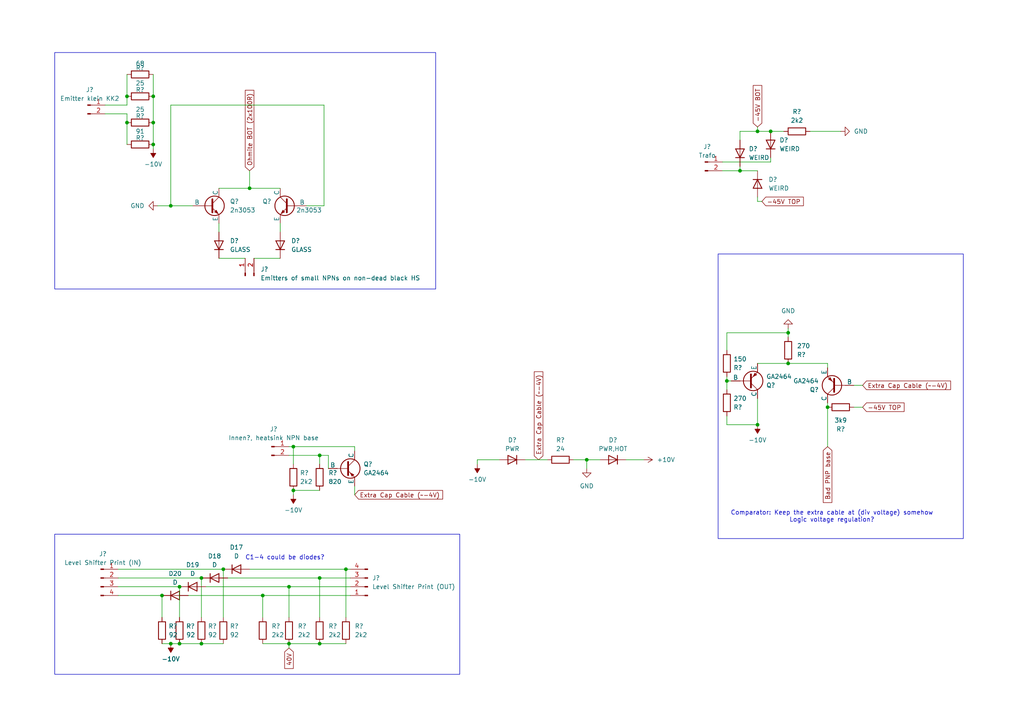
<source format=kicad_sch>
(kicad_sch (version 20250114) (generator "eeschema") (generator_version "9.0")
  (paper "A4")
  (lib_symbols
    (symbol "Connector:Conn_01x02_Pin" (pin_names (offset 1.016) (hide yes))
      (property "Reference" "J" (at 0 2.54 0))
      (property "Value" "Conn_01x02_Pin" (at 0 -5.08 0))
      (symbol "Conn_01x02_Pin_1_1"
        (rectangle (start 0.8636 0.127) (end 0 -0.127) (stroke (width 0.1524)) (fill (type outline)))
        (rectangle (start 0.8636 -2.413) (end 0 -2.667) (stroke (width 0.1524)) (fill (type outline)))
        (polyline (pts (xy 1.27 0) (xy 0.8636 0)) (stroke (width 0.1524)))
        (polyline (pts (xy 1.27 -2.54) (xy 0.8636 -2.54)) (stroke (width 0.1524)))
        (pin passive line (at 5.08 0 180) (length 3.81) (name "Pin_1") (number "1"))
        (pin passive line (at 5.08 -2.54 180) (length 3.81) (name "Pin_2") (number "2"))
      )
    )
    (symbol "Connector:Conn_01x04_Pin" (pin_names (offset 1.016) (hide yes))
      (property "Reference" "J" (at 0 5.08 0))
      (property "Value" "Conn_01x04_Pin" (at 0 -7.62 0))
      (symbol "Conn_01x04_Pin_1_1"
        (rectangle (start 0.8636 2.667) (end 0 2.413) (stroke (width 0.1524)) (fill (type outline)))
        (rectangle (start 0.8636 0.127) (end 0 -0.127) (stroke (width 0.1524)) (fill (type outline)))
        (rectangle (start 0.8636 -2.413) (end 0 -2.667) (stroke (width 0.1524)) (fill (type outline)))
        (rectangle (start 0.8636 -4.953) (end 0 -5.207) (stroke (width 0.1524)) (fill (type outline)))
        (polyline (pts (xy 1.27 2.54) (xy 0.8636 2.54)) (stroke (width 0.1524)))
        (polyline (pts (xy 1.27 0) (xy 0.8636 0)) (stroke (width 0.1524)))
        (polyline (pts (xy 1.27 -2.54) (xy 0.8636 -2.54)) (stroke (width 0.1524)))
        (polyline (pts (xy 1.27 -5.08) (xy 0.8636 -5.08)) (stroke (width 0.1524)))
        (pin passive line (at 5.08 2.54 180) (length 3.81) (name "Pin_1") (number "1"))
        (pin passive line (at 5.08 0 180) (length 3.81) (name "Pin_2") (number "2"))
        (pin passive line (at 5.08 -2.54 180) (length 3.81) (name "Pin_3") (number "3"))
        (pin passive line (at 5.08 -5.08 180) (length 3.81) (name "Pin_4") (number "4"))
      )
    )
    (symbol "Device:D" (pin_numbers (hide yes)) (pin_names (offset 1.016) (hide yes))
      (property "Reference" "D" (at 0 2.54 0))
      (property "Value" "D" (at 0 -2.54 0))
      (symbol "D_0_1"
        (polyline (pts (xy -1.27 1.27) (xy -1.27 -1.27)) (stroke (width 0.254)))
        (polyline (pts (xy 1.27 1.27) (xy 1.27 -1.27) (xy -1.27 0) (xy 1.27 1.27)) (stroke (width 0.254)))
        (polyline (pts (xy 1.27 0) (xy -1.27 0)))
      )
      (symbol "D_1_1"
        (pin passive line (at -3.81 0 0) (length 2.54) (name "K") (number "1"))
        (pin passive line (at 3.81 0 180) (length 2.54) (name "A") (number "2"))
      )
    )
    (symbol "Device:R" (pin_numbers (hide yes)) (pin_names (offset 0))
      (property "Reference" "R" (at 2.032 0 90))
      (property "Value" "R" (at 0 0 90))
      (symbol "R_0_1"
        (rectangle (start -1.016 -2.54) (end 1.016 2.54) (stroke (width 0.254)))
      )
      (symbol "R_1_1"
        (pin passive line (at 0 3.81 270) (length 1.27) (name "~") (number "1"))
        (pin passive line (at 0 -3.81 90) (length 1.27) (name "~") (number "2"))
      )
    )
    (symbol "Simulation_SPICE:NPN" (pin_numbers (hide yes)) (pin_names (offset 0))
      (property "Reference" "Q" (at -2.54 7.62 0))
      (property "Value" "NPN" (at -2.54 5.08 0))
      (symbol "NPN_0_1"
        (polyline (pts (xy -2.54 0) (xy 0.635 0)) (stroke (width 0.1524)))
        (polyline (pts (xy 0.635 1.905) (xy 0.635 -1.905) (xy 0.635 -1.905)) (stroke (width 0.508)))
        (polyline (pts (xy 0.635 0.635) (xy 2.54 2.54)))
        (polyline (pts (xy 0.635 -0.635) (xy 2.54 -2.54) (xy 2.54 -2.54)))
        (circle (center 1.27 0) (radius 2.8194) (stroke (width 0.254)))
        (polyline (pts (xy 1.27 -1.778) (xy 1.778 -1.27) (xy 2.286 -2.286) (xy 1.27 -1.778) (xy 1.27 -1.778)) (fill (type outline)))
        (polyline (pts (xy 2.794 -1.27) (xy 2.794 -1.27)) (stroke (width 0.1524)))
        (polyline (pts (xy 2.794 -1.27) (xy 2.794 -1.27)) (stroke (width 0.1524)))
      )
      (symbol "NPN_1_1"
        (pin input line (at -5.08 0 0) (length 2.54) (name "B") (number "2"))
        (pin open_collector line (at 2.54 5.08 270) (length 2.54) (name "C") (number "1"))
        (pin open_emitter line (at 2.54 -5.08 90) (length 2.54) (name "E") (number "3"))
      )
    )
    (symbol "Simulation_SPICE:PNP" (pin_numbers (hide yes)) (pin_names (offset 0))
      (property "Reference" "Q" (at -2.54 7.62 0))
      (property "Value" "PNP" (at -2.54 5.08 0))
      (symbol "PNP_0_1"
        (polyline (pts (xy -2.54 0) (xy 0.635 0)) (stroke (width 0.1524)))
        (polyline (pts (xy 0.635 1.905) (xy 0.635 -1.905) (xy 0.635 -1.905)) (stroke (width 0.508)))
        (polyline (pts (xy 0.635 0.635) (xy 2.54 2.54)))
        (polyline (pts (xy 0.635 -0.635) (xy 2.54 -2.54) (xy 2.54 -2.54)))
        (circle (center 1.27 0) (radius 2.8194) (stroke (width 0.254)))
        (polyline (pts (xy 2.286 -1.778) (xy 1.778 -2.286) (xy 1.27 -1.27) (xy 2.286 -1.778) (xy 2.286 -1.778)) (fill (type outline)))
      )
      (symbol "PNP_1_1"
        (pin input line (at -5.08 0 0) (length 2.54) (name "B") (number "2"))
        (pin open_collector line (at 2.54 5.08 270) (length 2.54) (name "C") (number "1"))
        (pin open_emitter line (at 2.54 -5.08 90) (length 2.54) (name "E") (number "3"))
      )
    )
    (symbol "power:+10V" (power) (pin_numbers (hide yes)) (pin_names (offset 0) (hide yes))
      (property "Value" "+10V" (at 0 3.556 0))
      (symbol "+10V_0_1"
        (polyline (pts (xy -0.762 1.27) (xy 0 2.54)))
        (polyline (pts (xy 0 2.54) (xy 0.762 1.27)))
        (polyline (pts (xy 0 0) (xy 0 2.54)))
      )
      (symbol "+10V_1_1"
        (pin power_in line (at 0 0 90) (length 0) (name "~") (number "1"))
      )
    )
    (symbol "power:-6V" (power) (pin_names (offset 0))
      (property "Value" "-6V" (at 0 3.81 0))
      (symbol "-6V_0_0"
        (pin power_in line (at 0 0 90) (length 0) (hide yes) (name "-6V") (number "1"))
      )
      (symbol "-6V_0_1"
        (polyline (pts (xy 0 0) (xy 0 1.27) (xy 0.762 1.27) (xy 0 2.54) (xy -0.762 1.27) (xy 0 1.27)) (fill (type outline)))
      )
    )
    (symbol "power:GND" (power) (pin_numbers (hide yes)) (pin_names (offset 0) (hide yes))
      (property "Value" "GND" (at 0 -3.81 0))
      (symbol "GND_0_1"
        (polyline (pts (xy 0 0) (xy 0 -1.27) (xy 1.27 -1.27) (xy 0 -2.54) (xy -1.27 -1.27) (xy 0 -1.27)))
      )
      (symbol "GND_1_1"
        (pin power_in line (at 0 0 270) (length 0) (name "~") (number "1"))
      )
    )
  )
  (rectangle (start 208.28 73.66) (end 279.4 156.21))
  (rectangle (start 15.875 15.24) (end 126.365 83.82))
  (rectangle (start 15.875 154.94) (end 133.35 195.58))
  (text "Comparator: Keep the extra cable at (div voltage) somehow\nLogic voltage regulation?" (at 241.3 149.86 0) (effects (font (size 1.27 1.27))))
  (text "C1-4 could be diodes?" (at 71.12 162.56 0) (effects (font (size 1.27 1.27)) (justify left bottom)))
  (junction (at 58.42 167.64))
  (junction (at 228.6 96.52))
  (junction (at 83.82 186.69))
  (junction (at 228.6 105.41))
  (junction (at 36.83 35.56))
  (junction (at 44.45 35.56))
  (junction (at 83.82 170.18))
  (junction (at 100.33 165.1))
  (junction (at 240.03 118.11))
  (junction (at 52.07 186.69))
  (junction (at 92.71 132.08))
  (junction (at 36.83 27.94))
  (junction (at 49.53 186.69))
  (junction (at 85.09 129.54))
  (junction (at 92.71 167.64))
  (junction (at 170.18 133.35))
  (junction (at 85.09 142.24))
  (junction (at 64.77 165.1))
  (junction (at 49.53 59.69))
  (junction (at 210.82 110.49))
  (junction (at 52.07 170.18))
  (junction (at 219.71 38.1))
  (junction (at 44.45 27.94))
  (junction (at 58.42 186.69))
  (junction (at 214.63 49.53))
  (junction (at 46.99 172.72))
  (junction (at 219.71 123.19))
  (junction (at 76.2 172.72))
  (junction (at 223.52 38.1))
  (junction (at 44.45 41.91))
  (junction (at 92.71 186.69))
  (junction (at 72.39 54.61))
  (wire (pts (xy 85.09 129.54) (xy 102.87 129.54)))
  (wire (pts (xy 92.71 186.69) (xy 100.33 186.69)))
  (wire (pts (xy 219.71 38.1) (xy 223.52 38.1)))
  (wire (pts (xy 92.71 167.64) (xy 101.6 167.64)))
  (wire (pts (xy 209.55 49.53) (xy 214.63 49.53)))
  (wire (pts (xy 72.39 54.61) (xy 81.28 54.61)))
  (wire (pts (xy 46.99 186.69) (xy 49.53 186.69)))
  (wire (pts (xy 34.29 170.18) (xy 52.07 170.18)))
  (wire (pts (xy 44.45 41.91) (xy 44.45 43.18)))
  (wire (pts (xy 228.6 95.25) (xy 228.6 96.52)))
  (wire (pts (xy 85.09 142.24) (xy 85.09 143.51)))
  (wire (pts (xy 240.03 105.41) (xy 240.03 106.68)))
  (wire (pts (xy 214.63 38.1) (xy 219.71 38.1)))
  (wire (pts (xy 49.53 30.48) (xy 49.53 59.69)))
  (wire (pts (xy 36.83 33.02) (xy 36.83 35.56)))
  (wire (pts (xy 36.83 21.59) (xy 36.83 27.94)))
  (wire (pts (xy 92.71 167.64) (xy 92.71 179.07)))
  (wire (pts (xy 83.82 186.69) (xy 92.71 186.69)))
  (wire (pts (xy 83.82 186.69) (xy 83.82 187.96)))
  (wire (pts (xy 49.53 186.69) (xy 52.07 186.69)))
  (wire (pts (xy 58.42 167.64) (xy 58.42 179.07)))
  (wire (pts (xy 63.5 54.61) (xy 72.39 54.61)))
  (wire (pts (xy 63.5 74.93) (xy 71.12 74.93)))
  (wire (pts (xy 234.95 38.1) (xy 243.84 38.1)))
  (wire (pts (xy 223.52 46.99) (xy 223.52 45.72)))
  (wire (pts (xy 100.33 165.1) (xy 101.6 165.1)))
  (wire (pts (xy 240.03 116.84) (xy 240.03 118.11)))
  (wire (pts (xy 92.71 132.08) (xy 92.71 134.62)))
  (wire (pts (xy 59.69 170.18) (xy 83.82 170.18)))
  (wire (pts (xy 73.66 74.93) (xy 81.28 74.93)))
  (wire (pts (xy 44.45 21.59) (xy 44.45 27.94)))
  (wire (pts (xy 214.63 40.64) (xy 214.63 38.1)))
  (wire (pts (xy 44.45 27.94) (xy 44.45 35.56)))
  (wire (pts (xy 93.98 30.48) (xy 49.53 30.48)))
  (wire (pts (xy 34.29 167.64) (xy 58.42 167.64)))
  (wire (pts (xy 138.43 133.35) (xy 138.43 134.62)))
  (wire (pts (xy 83.82 170.18) (xy 101.6 170.18)))
  (wire (pts (xy 83.82 129.54) (xy 85.09 129.54)))
  (wire (pts (xy 88.9 59.69) (xy 93.98 59.69)))
  (wire (pts (xy 210.82 96.52) (xy 210.82 101.6)))
  (wire (pts (xy 214.63 48.26) (xy 214.63 49.53)))
  (wire (pts (xy 209.55 46.99) (xy 223.52 46.99)))
  (wire (pts (xy 219.71 58.42) (xy 220.98 58.42)))
  (wire (pts (xy 219.71 123.19) (xy 219.71 115.57)))
  (wire (pts (xy 210.82 110.49) (xy 210.82 109.22)))
  (wire (pts (xy 54.61 172.72) (xy 76.2 172.72)))
  (wire (pts (xy 210.82 123.19) (xy 219.71 123.19)))
  (wire (pts (xy 181.61 133.35) (xy 186.69 133.35)))
  (wire (pts (xy 72.39 165.1) (xy 100.33 165.1)))
  (wire (pts (xy 219.71 105.41) (xy 228.6 105.41)))
  (wire (pts (xy 247.65 118.11) (xy 250.19 118.11)))
  (wire (pts (xy 85.09 142.24) (xy 92.71 142.24)))
  (wire (pts (xy 36.83 30.48) (xy 30.48 30.48)))
  (wire (pts (xy 83.82 132.08) (xy 92.71 132.08)))
  (wire (pts (xy 72.39 54.61) (xy 72.39 49.53)))
  (wire (pts (xy 152.4 133.35) (xy 158.75 133.35)))
  (wire (pts (xy 228.6 96.52) (xy 210.82 96.52)))
  (wire (pts (xy 219.71 36.83) (xy 219.71 38.1)))
  (wire (pts (xy 93.98 59.69) (xy 93.98 30.48)))
  (wire (pts (xy 46.99 172.72) (xy 46.99 179.07)))
  (wire (pts (xy 228.6 105.41) (xy 240.03 105.41)))
  (wire (pts (xy 210.82 120.65) (xy 210.82 123.19)))
  (wire (pts (xy 214.63 49.53) (xy 219.71 49.53)))
  (wire (pts (xy 64.77 165.1) (xy 64.77 179.07)))
  (wire (pts (xy 76.2 186.69) (xy 83.82 186.69)))
  (wire (pts (xy 102.87 140.97) (xy 102.87 143.51)))
  (wire (pts (xy 44.45 35.56) (xy 44.45 41.91)))
  (wire (pts (xy 34.29 172.72) (xy 46.99 172.72)))
  (wire (pts (xy 83.82 170.18) (xy 83.82 179.07)))
  (wire (pts (xy 228.6 96.52) (xy 228.6 97.79)))
  (wire (pts (xy 66.04 167.64) (xy 92.71 167.64)))
  (wire (pts (xy 63.5 64.77) (xy 63.5 67.31)))
  (wire (pts (xy 58.42 186.69) (xy 64.77 186.69)))
  (wire (pts (xy 170.18 133.35) (xy 173.99 133.35)))
  (wire (pts (xy 34.29 165.1) (xy 64.77 165.1)))
  (wire (pts (xy 223.52 38.1) (xy 227.33 38.1)))
  (wire (pts (xy 100.33 165.1) (xy 100.33 179.07)))
  (wire (pts (xy 36.83 35.56) (xy 36.83 41.91)))
  (wire (pts (xy 144.78 133.35) (xy 138.43 133.35)))
  (wire (pts (xy 85.09 129.54) (xy 85.09 134.62)))
  (wire (pts (xy 170.18 133.35) (xy 170.18 135.89)))
  (wire (pts (xy 210.82 110.49) (xy 212.09 110.49)))
  (wire (pts (xy 49.53 59.69) (xy 55.88 59.69)))
  (wire (pts (xy 240.03 118.11) (xy 240.03 129.54)))
  (wire (pts (xy 219.71 57.15) (xy 219.71 58.42)))
  (wire (pts (xy 95.25 132.08) (xy 95.25 135.89)))
  (wire (pts (xy 76.2 172.72) (xy 76.2 179.07)))
  (wire (pts (xy 52.07 170.18) (xy 52.07 179.07)))
  (wire (pts (xy 52.07 186.69) (xy 58.42 186.69)))
  (wire (pts (xy 92.71 132.08) (xy 95.25 132.08)))
  (wire (pts (xy 36.83 27.94) (xy 36.83 30.48)))
  (wire (pts (xy 102.87 129.54) (xy 102.87 130.81)))
  (wire (pts (xy 76.2 172.72) (xy 101.6 172.72)))
  (wire (pts (xy 45.72 59.69) (xy 49.53 59.69)))
  (wire (pts (xy 210.82 113.03) (xy 210.82 110.49)))
  (wire (pts (xy 36.83 33.02) (xy 30.48 33.02)))
  (wire (pts (xy 81.28 64.77) (xy 81.28 67.31)))
  (wire (pts (xy 166.37 133.35) (xy 170.18 133.35)))
  (wire (pts (xy 247.65 111.76) (xy 250.19 111.76)))
  (global_label "-45V TOP" (shape input) (at 220.98 58.42 0) (property "Intersheetrefs" "${INTERSHEET_REFS}" (effects (hide yes))))
  (global_label "Extra Cap Cable (~-4V)" (shape input) (at 250.19 111.76 0) (property "Intersheetrefs" "${INTERSHEET_REFS}" (effects (hide yes))))
  (global_label "Extra Cap Cable (~-4V)" (shape input) (at 102.87 143.51 0) (property "Intersheetrefs" "${INTERSHEET_REFS}" (effects (hide yes))))
  (global_label "Bad PNP base" (shape input) (at 240.03 129.54 270) (property "Intersheetrefs" "${INTERSHEET_REFS}" (effects (hide yes))))
  (global_label "Extra Cap Cable (~-4V)" (shape input) (at 156.21 133.35 90) (property "Intersheetrefs" "${INTERSHEET_REFS}" (effects (hide yes))))
  (global_label "-45V BOT" (shape input) (at 219.71 36.83 90) (property "Intersheetrefs" "${INTERSHEET_REFS}" (effects (hide yes))))
  (global_label "-45V TOP" (shape input) (at 250.19 118.11 0) (property "Intersheetrefs" "${INTERSHEET_REFS}" (effects (hide yes))))
  (global_label "40V" (shape input) (at 83.82 187.96 270) (property "Intersheetrefs" "${INTERSHEET_REFS}" (effects (hide yes))))
  (global_label "Ohmite BOT (2x100R)" (shape input) (at 72.39 49.53 90) (property "Intersheetrefs" "${INTERSHEET_REFS}" (effects (hide yes))))
  (symbol (lib_id "power:-6V") (at 44.45 43.18 180) (unit 1)
    (property "Reference" "#PWR?" (effects (hide yes)))
    (property "Value" "-10V" (at 44.45 47.625 0))
    (instances (project "mathatron" (path "" (reference "#PWR?") (unit 1))) (project "mixed-board" (path "" (reference "#PWR03") (unit 1))))
  )
  (symbol (lib_id "Device:D") (at 223.52 41.91 90) (unit 1)
    (property "Reference" "D?" (at 226.06 40.64 90) (effects (justify right)))
    (property "Value" "WEIRD" (at 226.06 43.18 90) (effects (justify right)))
    (property "Sim.Device" "D" (effects (hide yes)))
    (property "Sim.Pins" "1=K 2=A" (effects (hide yes)))
    (instances (project "mathatron" (path "" (reference "D?") (unit 1))) (project "mixed-board" (path "" (reference "D6") (unit 1))))
  )
  (symbol (lib_id "Simulation_SPICE:PNP") (at 100.33 135.89 0) (unit 1)
    (property "Reference" "Q?" (at 105.41 134.62 0) (effects (justify left)))
    (property "Value" "GA2464" (at 105.41 137.16 0) (effects (justify left)))
    (property "Datasheet" "https://ngspice.sourceforge.io/docs/ngspice-html-manual/manual.xhtml#cha_BJTs" (effects (hide yes)))
    (property "Sim.Device" "PNP" (effects (hide yes)))
    (property "Sim.Type" "GUMMELPOON" (effects (hide yes)))
    (property "Sim.Pins" "1=C 2=B 3=E" (effects (hide yes)))
    (instances (project "mathatron" (path "" (reference "Q?") (unit 1))) (project "mixed-board" (path "" (reference "Q1") (unit 1))))
  )
  (symbol (lib_id "Connector:Conn_01x02_Pin") (at 25.4 30.48 0) (unit 1)
    (property "Reference" "J?" (at 26.035 26.035 0))
    (property "Value" "Emitter klein KK2" (at 26.035 28.575 0))
    (instances (project "mathatron" (path "" (reference "J?") (unit 1))) (project "mixed-board" (path "" (reference "J3") (unit 1))))
  )
  (symbol (lib_id "Device:R") (at 210.82 116.84 0) (mirror x) (unit 1)
    (property "Reference" "R?" (at 212.725 118.11 0) (effects (justify left)))
    (property "Value" "270" (at 212.725 115.57 0) (effects (justify left)))
    (instances (project "mathatron" (path "" (reference "R?") (unit 1))) (project "mixed-board" (path "" (reference "R19") (unit 1))))
  )
  (symbol (lib_id "Simulation_SPICE:NPN") (at 83.82 59.69 0) (mirror y) (unit 1)
    (property "Reference" "Q?" (at 78.74 58.42 0) (effects (justify left)))
    (property "Value" "2n3053" (at 93.345 60.96 0) (effects (justify left)))
    (property "Datasheet" "https://ngspice.sourceforge.io/docs/ngspice-html-manual/manual.xhtml#cha_BJTs" (effects (hide yes)))
    (property "Sim.Device" "NPN" (effects (hide yes)))
    (property "Sim.Type" "GUMMELPOON" (effects (hide yes)))
    (property "Sim.Pins" "1=C 2=B 3=E" (effects (hide yes)))
    (instances (project "mathatron" (path "" (reference "Q?") (unit 1))) (project "mixed-board" (path "" (reference "Q3") (unit 1))))
  )
  (symbol (lib_id "power:-6V") (at 219.71 123.19 0) (mirror x) (unit 1)
    (property "Reference" "#PWR?" (effects (hide yes)))
    (property "Value" "-10V" (at 219.71 127.635 0))
    (instances (project "mathatron" (path "" (reference "#PWR?") (unit 1))) (project "mixed-board" (path "" (reference "#PWR06") (unit 1))))
  )
  (symbol (lib_id "power:+10V") (at 186.69 133.35 270) (unit 1)
    (property "Reference" "#PWR04" (effects (hide yes)))
    (property "Value" "+10V" (at 190.5 133.3499 90) (effects (justify left)))
    (property "Description" "Power symbol creates a global label with name \"+10V\"" (effects (hide yes)))
  )
  (symbol (lib_id "Simulation_SPICE:NPN") (at 60.96 59.69 0) (unit 1)
    (property "Reference" "Q?" (at 66.675 58.42 0) (effects (justify left)))
    (property "Value" "2n3053" (at 66.675 60.96 0) (effects (justify left)))
    (property "Datasheet" "https://ngspice.sourceforge.io/docs/ngspice-html-manual/manual.xhtml#cha_BJTs" (effects (hide yes)))
    (property "Sim.Device" "NPN" (effects (hide yes)))
    (property "Sim.Type" "GUMMELPOON" (effects (hide yes)))
    (property "Sim.Pins" "1=C 2=B 3=E" (effects (hide yes)))
    (instances (project "mathatron" (path "" (reference "Q?") (unit 1))) (project "mixed-board" (path "" (reference "Q2") (unit 1))))
  )
  (symbol (lib_id "Device:R") (at 40.64 41.91 90) (unit 1)
    (property "Reference" "R?" (at 40.64 40.005 90))
    (property "Value" "91" (at 40.64 38.1 90))
    (instances (project "mathatron" (path "" (reference "R?") (unit 1))) (project "mixed-board" (path "" (reference "R12") (unit 1))))
  )
  (symbol (lib_id "Device:R") (at 40.64 21.59 270) (unit 1)
    (property "Reference" "R?" (at 40.64 19.685 90))
    (property "Value" "68" (at 40.64 18.415 90))
    (instances (project "mathatron" (path "" (reference "R?") (unit 1))) (project "mixed-board" (path "" (reference "R11") (unit 1))))
  )
  (symbol (lib_id "Device:R") (at 92.71 182.88 0) (unit 1)
    (property "Reference" "R?" (at 95.25 181.61 0) (effects (justify left)))
    (property "Value" "2k2" (at 95.25 184.15 0) (effects (justify left)))
    (instances (project "mathatron" (path "" (reference "R?") (unit 1))) (project "mixed-board" (path "" (reference "R7") (unit 1))))
  )
  (symbol (lib_id "Device:R") (at 100.33 182.88 0) (unit 1)
    (property "Reference" "R?" (at 102.87 181.61 0) (effects (justify left)))
    (property "Value" "2k2" (at 102.87 184.15 0) (effects (justify left)))
    (instances (project "mathatron" (path "" (reference "R?") (unit 1))) (project "mixed-board" (path "" (reference "R8") (unit 1))))
  )
  (symbol (lib_id "Device:R") (at 231.14 38.1 90) (unit 1)
    (property "Reference" "R?" (at 231.14 32.385 90))
    (property "Value" "2k2" (at 231.14 34.925 90))
    (instances (project "mathatron" (path "" (reference "R?") (unit 1))) (project "mixed-board" (path "" (reference "R16") (unit 1))))
  )
  (symbol (lib_id "Device:R") (at 228.6 101.6 0) (mirror x) (unit 1)
    (property "Reference" "R?" (at 231.14 102.87 0) (effects (justify left)))
    (property "Value" "270" (at 231.14 100.33 0) (effects (justify left)))
    (instances (project "mathatron" (path "" (reference "R?") (unit 1))) (project "mixed-board" (path "" (reference "R18") (unit 1))))
  )
  (symbol (lib_id "Device:R") (at 40.64 35.56 270) (unit 1)
    (property "Reference" "R?" (at 40.64 33.655 90))
    (property "Value" "25" (at 40.64 31.75 90))
    (instances (project "mathatron" (path "" (reference "R?") (unit 1))) (project "mixed-board" (path "" (reference "R10") (unit 1))))
  )
  (symbol (lib_id "Device:D") (at 62.23 167.64 0) (unit 1)
    (property "Reference" "D18" (at 62.23 161.29 0))
    (property "Value" "D" (at 62.23 163.83 0))
    (property "Description" "Diode" (effects (hide yes)))
    (property "Sim.Device" "D" (effects (hide yes)))
    (property "Sim.Pins" "1=K 2=A" (effects (hide yes)))
  )
  (symbol (lib_id "Device:R") (at 83.82 182.88 0) (unit 1)
    (property "Reference" "R?" (at 86.36 181.61 0) (effects (justify left)))
    (property "Value" "2k2" (at 86.36 184.15 0) (effects (justify left)))
    (instances (project "mathatron" (path "" (reference "R?") (unit 1))) (project "mixed-board" (path "" (reference "R6") (unit 1))))
  )
  (symbol (lib_id "Device:R") (at 85.09 138.43 0) (unit 1)
    (property "Reference" "R?" (at 86.995 137.16 0) (effects (justify left)))
    (property "Value" "2k2" (at 86.995 139.7 0) (effects (justify left)))
    (instances (project "mathatron" (path "" (reference "R?") (unit 1))) (project "mixed-board" (path "" (reference "R13") (unit 1))))
  )
  (symbol (lib_id "Device:R") (at 52.07 182.88 180) (unit 1)
    (property "Reference" "R?" (at 53.975 181.61 0) (effects (justify right)))
    (property "Value" "92" (at 53.975 184.15 0) (effects (justify right)))
    (instances (project "mathatron" (path "" (reference "R?") (unit 1))) (project "mixed-board" (path "" (reference "R2") (unit 1))))
  )
  (symbol (lib_id "Device:D") (at 219.71 53.34 270) (unit 1)
    (property "Reference" "D?" (at 222.885 52.07 90) (effects (justify left)))
    (property "Value" "WEIRD" (at 222.885 54.61 90) (effects (justify left)))
    (property "Sim.Device" "D" (effects (hide yes)))
    (property "Sim.Pins" "1=K 2=A" (effects (hide yes)))
    (instances (project "mathatron" (path "" (reference "D?") (unit 1))) (project "mixed-board" (path "" (reference "D7") (unit 1))))
  )
  (symbol (lib_id "power:-6V") (at 49.53 186.69 180) (unit 1)
    (property "Reference" "#PWR?" (effects (hide yes)))
    (property "Value" "-10V" (at 49.53 191.135 0))
    (instances (project "mathatron" (path "" (reference "#PWR?") (unit 1))) (project "mixed-board" (path "" (reference "#PWR01") (unit 1))))
  )
  (symbol (lib_id "Connector:Conn_01x04_Pin") (at 106.68 170.18 180) (unit 1)
    (property "Reference" "J?" (at 107.95 167.64 0) (effects (justify right)))
    (property "Value" "Level Shifter Print (OUT)" (at 107.95 170.18 0) (effects (justify right)))
    (instances (project "mathatron" (path "" (reference "J?") (unit 1))) (project "mixed-board" (path "" (reference "J2") (unit 1))))
  )
  (symbol (lib_id "Device:R") (at 64.77 182.88 180) (unit 1)
    (property "Reference" "R?" (at 66.675 181.61 0) (effects (justify right)))
    (property "Value" "92" (at 66.675 184.15 0) (effects (justify right)))
    (instances (project "mathatron" (path "" (reference "R?") (unit 1))) (project "mixed-board" (path "" (reference "R4") (unit 1))))
  )
  (symbol (lib_id "Device:R") (at 92.71 138.43 0) (unit 1)
    (property "Reference" "R?" (at 95.25 137.16 0) (effects (justify left)))
    (property "Value" "820" (at 95.25 139.7 0) (effects (justify left)))
    (instances (project "mathatron" (path "" (reference "R?") (unit 1))) (project "mixed-board" (path "" (reference "R14") (unit 1))))
  )
  (symbol (lib_id "Device:D") (at 63.5 71.12 90) (unit 1)
    (property "Reference" "D?" (at 66.675 69.85 90) (effects (justify right)))
    (property "Value" "GLASS" (at 66.675 72.39 90) (effects (justify right)))
    (property "Sim.Device" "D" (effects (hide yes)))
    (property "Sim.Pins" "1=K 2=A" (effects (hide yes)))
    (instances (project "mathatron" (path "" (reference "D?") (unit 1))) (project "mixed-board" (path "" (reference "D3") (unit 1))))
  )
  (symbol (lib_id "Connector:Conn_01x02_Pin") (at 71.12 80.01 90) (unit 1)
    (property "Reference" "J?" (at 75.565 78.105 90) (effects (justify right)))
    (property "Value" "Emitters of small NPNs on non-dead black HS" (at 75.565 80.645 90) (effects (justify right)))
    (instances (project "mathatron" (path "" (reference "J?") (unit 1))) (project "mixed-board" (path "" (reference "J6") (unit 1))))
  )
  (symbol (lib_id "Device:R") (at 40.64 27.94 270) (unit 1)
    (property "Reference" "R?" (at 40.64 26.035 90))
    (property "Value" "25" (at 40.64 24.13 90))
    (instances (project "mathatron" (path "" (reference "R?") (unit 1))) (project "mixed-board" (path "" (reference "R9") (unit 1))))
  )
  (symbol (lib_id "Connector:Conn_01x04_Pin") (at 29.21 167.64 0) (unit 1)
    (property "Reference" "J?" (at 29.845 160.655 0))
    (property "Value" "Level Shifter Print (IN)" (at 29.845 163.195 0))
    (instances (project "mathatron" (path "" (reference "J?") (unit 1))) (project "mixed-board" (path "" (reference "J1") (unit 1))))
  )
  (symbol (lib_id "Device:D") (at 214.63 44.45 90) (unit 1)
    (property "Reference" "D?" (at 217.17 43.18 90) (effects (justify right)))
    (property "Value" "WEIRD" (at 217.17 45.72 90) (effects (justify right)))
    (property "Sim.Device" "D" (effects (hide yes)))
    (property "Sim.Pins" "1=K 2=A" (effects (hide yes)))
    (instances (project "mathatron" (path "" (reference "D?") (unit 1))) (project "mixed-board" (path "" (reference "D5") (unit 1))))
  )
  (symbol (lib_id "Simulation_SPICE:PNP") (at 242.57 111.76 180) (unit 1)
    (property "Reference" "Q?" (at 237.49 113.03 0) (effects (justify left)))
    (property "Value" "GA2464" (at 237.49 110.49 0) (effects (justify left)))
    (property "Datasheet" "https://ngspice.sourceforge.io/docs/ngspice-html-manual/manual.xhtml#cha_BJTs" (effects (hide yes)))
    (property "Sim.Device" "PNP" (effects (hide yes)))
    (property "Sim.Type" "GUMMELPOON" (effects (hide yes)))
    (property "Sim.Pins" "1=C 2=B 3=E" (effects (hide yes)))
    (instances (project "mathatron" (path "" (reference "Q?") (unit 1))) (project "mixed-board" (path "" (reference "Q5") (unit 1))))
  )
  (symbol (lib_id "Device:R") (at 58.42 182.88 180) (unit 1)
    (property "Reference" "R?" (at 60.325 181.61 0) (effects (justify right)))
    (property "Value" "92" (at 60.325 184.15 0) (effects (justify right)))
    (instances (project "mathatron" (path "" (reference "R?") (unit 1))) (project "mixed-board" (path "" (reference "R3") (unit 1))))
  )
  (symbol (lib_id "Device:R") (at 210.82 105.41 0) (mirror x) (unit 1)
    (property "Reference" "R?" (at 212.725 106.68 0) (effects (justify left)))
    (property "Value" "150" (at 212.725 104.14 0) (effects (justify left)))
    (instances (project "mathatron" (path "" (reference "R?") (unit 1))) (project "mixed-board" (path "" (reference "R20") (unit 1))))
  )
  (symbol (lib_id "power:GND") (at 45.72 59.69 270) (unit 1)
    (property "Reference" "#PWR011" (effects (hide yes)))
    (property "Value" "GND" (at 41.91 59.6899 90) (effects (justify right)))
    (property "Description" "Power symbol creates a global label with name \"GND\" , ground" (effects (hide yes)))
  )
  (symbol (lib_id "Device:D") (at 68.58 165.1 0) (unit 1)
    (property "Reference" "D17" (at 68.58 158.75 0))
    (property "Value" "D" (at 68.58 161.29 0))
    (property "Description" "Diode" (effects (hide yes)))
    (property "Sim.Device" "D" (effects (hide yes)))
    (property "Sim.Pins" "1=K 2=A" (effects (hide yes)))
  )
  (symbol (lib_id "power:-6V") (at 49.53 186.69 180) (unit 1)
    (property "Reference" "#PWR?" (effects (hide yes)))
    (property "Value" "-10V" (at 49.53 191.135 0))
    (instances (project "mathatron" (path "" (reference "#PWR?") (unit 1))) (project "mixed-board" (path "" (reference "#PWR02") (unit 1))))
  )
  (symbol (lib_id "Device:D") (at 81.28 71.12 90) (unit 1)
    (property "Reference" "D?" (at 84.455 69.85 90) (effects (justify right)))
    (property "Value" "GLASS" (at 84.455 72.39 90) (effects (justify right)))
    (property "Sim.Device" "D" (effects (hide yes)))
    (property "Sim.Pins" "1=K 2=A" (effects (hide yes)))
    (instances (project "mathatron" (path "" (reference "D?") (unit 1))) (project "mixed-board" (path "" (reference "D4") (unit 1))))
  )
  (symbol (lib_id "Device:D") (at 50.8 172.72 0) (unit 1)
    (property "Reference" "D20" (at 50.8 166.37 0))
    (property "Value" "D" (at 50.8 168.91 0))
    (property "Description" "Diode" (effects (hide yes)))
    (property "Sim.Device" "D" (effects (hide yes)))
    (property "Sim.Pins" "1=K 2=A" (effects (hide yes)))
  )
  (symbol (lib_id "power:GND") (at 243.84 38.1 90) (unit 1)
    (property "Reference" "#PWR010" (effects (hide yes)))
    (property "Value" "GND" (at 247.65 38.0999 90) (effects (justify right)))
    (property "Description" "Power symbol creates a global label with name \"GND\" , ground" (effects (hide yes)))
  )
  (symbol (lib_id "Device:R") (at 76.2 182.88 0) (unit 1)
    (property "Reference" "R?" (at 78.74 181.61 0) (effects (justify left)))
    (property "Value" "2k2" (at 78.74 184.15 0) (effects (justify left)))
    (instances (project "mathatron" (path "" (reference "R?") (unit 1))) (project "mixed-board" (path "" (reference "R5") (unit 1))))
  )
  (symbol (lib_id "Device:D") (at 177.8 133.35 180) (unit 1)
    (property "Reference" "D?" (at 177.8 127.635 0))
    (property "Value" "PWR,HOT" (at 177.8 130.175 0))
    (property "Sim.Device" "D" (effects (hide yes)))
    (property "Sim.Pins" "1=K 2=A" (effects (hide yes)))
    (instances (project "mathatron" (path "" (reference "D?") (unit 1))) (project "mixed-board" (path "" (reference "D2") (unit 1))))
  )
  (symbol (lib_id "power:-6V") (at 138.43 134.62 180) (unit 1)
    (property "Reference" "#PWR?" (effects (hide yes)))
    (property "Value" "-10V" (at 138.43 139.065 0))
    (instances (project "mathatron" (path "" (reference "#PWR?") (unit 1))) (project "mixed-board" (path "" (reference "#PWR05") (unit 1))))
  )
  (symbol (lib_id "power:GND") (at 228.6 95.25 180) (unit 1)
    (property "Reference" "#PWR09" (effects (hide yes)))
    (property "Value" "GND" (at 228.6 90.17 0))
    (property "Description" "Power symbol creates a global label with name \"GND\" , ground" (effects (hide yes)))
  )
  (symbol (lib_id "power:-6V") (at 85.09 143.51 180) (unit 1)
    (property "Reference" "#PWR?" (effects (hide yes)))
    (property "Value" "-10V" (at 85.09 147.955 0))
    (instances (project "mathatron" (path "" (reference "#PWR?") (unit 1))) (project "mixed-board" (path "" (reference "#PWR04") (unit 1))))
  )
  (symbol (lib_id "Device:R") (at 46.99 182.88 180) (unit 1)
    (property "Reference" "R?" (at 48.895 181.61 0) (effects (justify right)))
    (property "Value" "92" (at 48.895 184.15 0) (effects (justify right)))
    (instances (project "mathatron" (path "" (reference "R?") (unit 1))) (project "mixed-board" (path "" (reference "R1") (unit 1))))
  )
  (symbol (lib_id "power:GND") (at 170.18 135.89 0) (unit 1)
    (property "Reference" "#PWR012" (effects (hide yes)))
    (property "Value" "GND" (at 170.18 140.97 0))
    (property "Description" "Power symbol creates a global label with name \"GND\" , ground" (effects (hide yes)))
  )
  (symbol (lib_id "Device:D") (at 55.88 170.18 0) (unit 1)
    (property "Reference" "D19" (at 55.88 163.83 0))
    (property "Value" "D" (at 55.88 166.37 0))
    (property "Description" "Diode" (effects (hide yes)))
    (property "Sim.Device" "D" (effects (hide yes)))
    (property "Sim.Pins" "1=K 2=A" (effects (hide yes)))
  )
  (symbol (lib_id "Device:R") (at 162.56 133.35 90) (unit 1)
    (property "Reference" "R?" (at 162.56 127.635 90))
    (property "Value" "24" (at 162.56 130.175 90))
    (instances (project "mathatron" (path "" (reference "R?") (unit 1))) (project "mixed-board" (path "" (reference "R15") (unit 1))))
  )
  (symbol (lib_id "Device:R") (at 243.84 118.11 270) (mirror x) (unit 1)
    (property "Reference" "R?" (at 243.84 124.46 90))
    (property "Value" "3k9" (at 243.84 121.92 90))
    (instances (project "mathatron" (path "" (reference "R?") (unit 1))) (project "mixed-board" (path "" (reference "R17") (unit 1))))
  )
  (symbol (lib_id "Device:D") (at 148.59 133.35 180) (unit 1)
    (property "Reference" "D?" (at 148.59 127.635 0))
    (property "Value" "PWR" (at 148.59 130.175 0))
    (property "Sim.Device" "D" (effects (hide yes)))
    (property "Sim.Pins" "1=K 2=A" (effects (hide yes)))
    (instances (project "mathatron" (path "" (reference "D?") (unit 1))) (project "mixed-board" (path "" (reference "D1") (unit 1))))
  )
  (symbol (lib_id "Simulation_SPICE:PNP") (at 217.17 110.49 0) (mirror x) (unit 1)
    (property "Reference" "Q?" (at 222.25 111.76 0) (effects (justify left)))
    (property "Value" "GA2464" (at 222.25 109.22 0) (effects (justify left)))
    (property "Datasheet" "https://ngspice.sourceforge.io/docs/ngspice-html-manual/manual.xhtml#cha_BJTs" (effects (hide yes)))
    (property "Sim.Device" "PNP" (effects (hide yes)))
    (property "Sim.Type" "GUMMELPOON" (effects (hide yes)))
    (property "Sim.Pins" "1=C 2=B 3=E" (effects (hide yes)))
    (instances (project "mathatron" (path "" (reference "Q?") (unit 1))) (project "mixed-board" (path "" (reference "Q4") (unit 1))))
  )
  (symbol (lib_id "Connector:Conn_01x02_Pin") (at 204.47 46.99 0) (unit 1)
    (property "Reference" "J?" (at 205.105 42.545 0))
    (property "Value" "Trafo" (at 205.105 45.085 0))
    (instances (project "mathatron" (path "" (reference "J?") (unit 1))) (project "mixed-board" (path "" (reference "J7") (unit 1))))
  )
  (symbol (lib_id "Connector:Conn_01x02_Pin") (at 78.74 129.54 0) (unit 1)
    (property "Reference" "J?" (at 79.375 124.46 0))
    (property "Value" "Innen?, heatsink NPN base" (at 79.375 127 0))
    (instances (project "mathatron" (path "" (reference "J?") (unit 1))) (project "mixed-board" (path "" (reference "J4") (unit 1))))
  )
)
</source>
